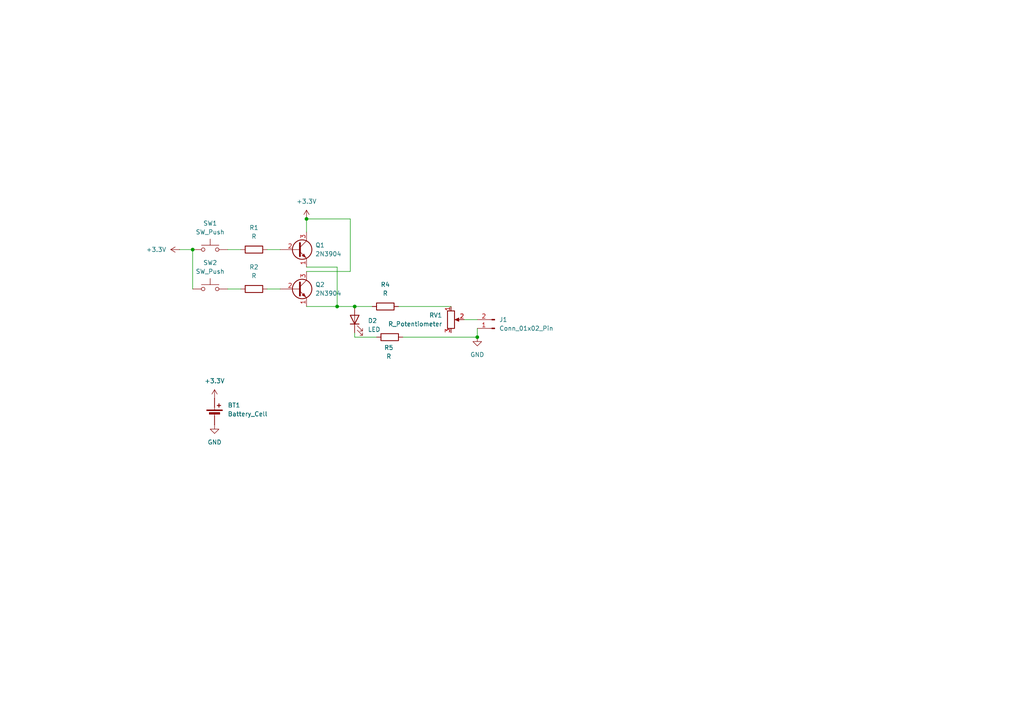
<source format=kicad_sch>
(kicad_sch (version 20231120) (generator "eeschema") (generator_version "8.0")
  (paper "A4")
  (lib_symbols
    (symbol "Connector:Conn_01x02_Pin" (pin_names (offset 1.016) hide)
      (property "Reference" "J" (at 0 2.54 0))
      (property "Value" "Conn_01x02_Pin" (at 0 -5.08 0))
      (symbol "Conn_01x02_Pin_1_1"
        (polyline (pts (xy 1.27 -2.54) (xy 0.8636 -2.54)) (stroke (width 0.1524)))
        (polyline (pts (xy 1.27 0) (xy 0.8636 0)) (stroke (width 0.1524)))
        (rectangle (start 0.8636 -2.413) (end 0 -2.667) (stroke (width 0.1524)) (fill (type outline)))
        (rectangle (start 0.8636 0.127) (end 0 -0.127) (stroke (width 0.1524)) (fill (type outline)))
        (pin passive line (at 5.08 0 180) (length 3.81) (name "Pin_1") (number "1"))
        (pin passive line (at 5.08 -2.54 180) (length 3.81) (name "Pin_2") (number "2"))
      )
    )
    (symbol "Device:Battery_Cell" (pin_numbers hide) (pin_names (offset 0) hide)
      (property "Reference" "BT" (at 2.54 2.54 0))
      (property "Value" "Battery_Cell" (at 2.54 0 0))
      (symbol "Battery_Cell_0_1"
        (rectangle (start -2.286 1.778) (end 2.286 1.524) (fill (type outline)))
        (rectangle (start -1.524 1.016) (end 1.524 0.508) (fill (type outline)))
        (polyline (pts (xy 0 0.762) (xy 0 0)))
        (polyline (pts (xy 0 1.778) (xy 0 2.54)))
        (polyline (pts (xy 0.762 3.048) (xy 1.778 3.048)) (stroke (width 0.254)))
        (polyline (pts (xy 1.27 3.556) (xy 1.27 2.54)) (stroke (width 0.254)))
      )
      (symbol "Battery_Cell_1_1"
        (pin passive line (at 0 5.08 270) (length 2.54) (name "+") (number "1"))
        (pin passive line (at 0 -2.54 90) (length 2.54) (name "-") (number "2"))
      )
    )
    (symbol "Device:LED" (pin_numbers hide) (pin_names (offset 1.016) hide)
      (property "Reference" "D" (at 0 2.54 0))
      (property "Value" "LED" (at 0 -2.54 0))
      (symbol "LED_0_1"
        (polyline (pts (xy -1.27 -1.27) (xy -1.27 1.27)) (stroke (width 0.254)))
        (polyline (pts (xy -1.27 0) (xy 1.27 0)))
        (polyline (pts (xy 1.27 -1.27) (xy 1.27 1.27) (xy -1.27 0) (xy 1.27 -1.27)) (stroke (width 0.254)))
        (polyline (pts (xy -3.048 -0.762) (xy -4.572 -2.286) (xy -3.81 -2.286) (xy -4.572 -2.286) (xy -4.572 -1.524)))
        (polyline (pts (xy -1.778 -0.762) (xy -3.302 -2.286) (xy -2.54 -2.286) (xy -3.302 -2.286) (xy -3.302 -1.524)))
      )
      (symbol "LED_1_1"
        (pin passive line (at -3.81 0 0) (length 2.54) (name "K") (number "1"))
        (pin passive line (at 3.81 0 180) (length 2.54) (name "A") (number "2"))
      )
    )
    (symbol "Device:R" (pin_numbers hide) (pin_names (offset 0))
      (property "Reference" "R" (at 2.032 0 90))
      (property "Value" "R" (at 0 0 90))
      (symbol "R_0_1"
        (rectangle (start -1.016 -2.54) (end 1.016 2.54) (stroke (width 0.254)))
      )
      (symbol "R_1_1"
        (pin passive line (at 0 3.81 270) (length 1.27) (name "~") (number "1"))
        (pin passive line (at 0 -3.81 90) (length 1.27) (name "~") (number "2"))
      )
    )
    (symbol "Device:R_Potentiometer" (pin_names (offset 1.016) hide)
      (property "Reference" "RV" (at -4.445 0 90))
      (property "Value" "R_Potentiometer" (at -2.54 0 90))
      (symbol "R_Potentiometer_0_1"
        (polyline (pts (xy 2.54 0) (xy 1.524 0)))
        (polyline (pts (xy 1.143 0) (xy 2.286 0.508) (xy 2.286 -0.508) (xy 1.143 0)) (fill (type outline)))
        (rectangle (start 1.016 2.54) (end -1.016 -2.54) (stroke (width 0.254)))
      )
      (symbol "R_Potentiometer_1_1"
        (pin passive line (at 0 3.81 270) (length 1.27) (name "1") (number "1"))
        (pin passive line (at 3.81 0 180) (length 1.27) (name "2") (number "2"))
        (pin passive line (at 0 -3.81 90) (length 1.27) (name "3") (number "3"))
      )
    )
    (symbol "Switch:SW_Push" (pin_numbers hide) (pin_names (offset 1.016) hide)
      (property "Reference" "SW" (at 1.27 2.54 0))
      (property "Value" "SW_Push" (at 0 -1.524 0))
      (symbol "SW_Push_0_1"
        (circle (center -2.032 0) (radius 0.508))
        (polyline (pts (xy 0 1.27) (xy 0 3.048)))
        (polyline (pts (xy 2.54 1.27) (xy -2.54 1.27)))
        (circle (center 2.032 0) (radius 0.508))
        (pin passive line (at -5.08 0 0) (length 2.54) (name "1") (number "1"))
        (pin passive line (at 5.08 0 180) (length 2.54) (name "2") (number "2"))
      )
    )
    (symbol "Transistor_BJT:2N3904" (pin_names (offset 0) hide)
      (property "Reference" "Q" (at 5.08 1.905 0))
      (property "Value" "2N3904" (at 5.08 0 0))
      (symbol "2N3904_0_1"
        (polyline (pts (xy 0.635 0.635) (xy 2.54 2.54)))
        (polyline (pts (xy 0.635 -0.635) (xy 2.54 -2.54) (xy 2.54 -2.54)))
        (polyline (pts (xy 0.635 1.905) (xy 0.635 -1.905) (xy 0.635 -1.905)) (stroke (width 0.508)))
        (polyline (pts (xy 1.27 -1.778) (xy 1.778 -1.27) (xy 2.286 -2.286) (xy 1.27 -1.778) (xy 1.27 -1.778)) (fill (type outline)))
        (circle (center 1.27 0) (radius 2.8194) (stroke (width 0.254)))
      )
      (symbol "2N3904_1_1"
        (pin passive line (at 2.54 -5.08 90) (length 2.54) (name "E") (number "1"))
        (pin passive line (at -5.08 0 0) (length 5.715) (name "B") (number "2"))
        (pin passive line (at 2.54 5.08 270) (length 2.54) (name "C") (number "3"))
      )
    )
    (symbol "power:+3.3V" (power) (pin_numbers hide) (pin_names (offset 0) hide)
      (property "Value" "+3.3V" (at 0 3.556 0))
      (symbol "+3.3V_0_1"
        (polyline (pts (xy -0.762 1.27) (xy 0 2.54)))
        (polyline (pts (xy 0 0) (xy 0 2.54)))
        (polyline (pts (xy 0 2.54) (xy 0.762 1.27)))
      )
      (symbol "+3.3V_1_1"
        (pin power_in line (at 0 0 90) (length 0) (name "~") (number "1"))
      )
    )
    (symbol "power:GND" (power) (pin_numbers hide) (pin_names (offset 0) hide)
      (property "Value" "GND" (at 0 -3.81 0))
      (symbol "GND_0_1"
        (polyline (pts (xy 0 0) (xy 0 -1.27) (xy 1.27 -1.27) (xy 0 -2.54) (xy -1.27 -1.27) (xy 0 -1.27)))
      )
      (symbol "GND_1_1"
        (pin power_in line (at 0 0 270) (length 0) (name "~") (number "1"))
      )
    )
  )
  (junction (at 55.88 72.39))
  (junction (at 97.79 88.9))
  (junction (at 138.43 97.79))
  (junction (at 88.9 63.5))
  (junction (at 102.87 88.9))
  (wire (pts (xy 115.57 88.9) (xy 130.81 88.9)))
  (wire (pts (xy 66.04 72.39) (xy 69.85 72.39)))
  (wire (pts (xy 102.87 88.9) (xy 107.95 88.9)))
  (wire (pts (xy 101.6 78.74) (xy 101.6 63.5)))
  (wire (pts (xy 102.87 97.79) (xy 109.22 97.79)))
  (wire (pts (xy 52.07 72.39) (xy 55.88 72.39)))
  (wire (pts (xy 66.04 83.82) (xy 69.85 83.82)))
  (wire (pts (xy 77.47 72.39) (xy 81.28 72.39)))
  (wire (pts (xy 88.9 63.5) (xy 101.6 63.5)))
  (wire (pts (xy 88.9 63.5) (xy 88.9 67.31)))
  (wire (pts (xy 97.79 77.47) (xy 97.79 88.9)))
  (wire (pts (xy 138.43 95.25) (xy 138.43 97.79)))
  (wire (pts (xy 77.47 83.82) (xy 81.28 83.82)))
  (wire (pts (xy 102.87 96.52) (xy 102.87 97.79)))
  (wire (pts (xy 88.9 78.74) (xy 101.6 78.74)))
  (wire (pts (xy 88.9 77.47) (xy 97.79 77.47)))
  (wire (pts (xy 134.62 92.71) (xy 138.43 92.71)))
  (wire (pts (xy 88.9 88.9) (xy 97.79 88.9)))
  (wire (pts (xy 116.84 97.79) (xy 138.43 97.79)))
  (wire (pts (xy 55.88 72.39) (xy 55.88 83.82)))
  (wire (pts (xy 97.79 88.9) (xy 102.87 88.9)))
  (symbol (lib_id "Device:Battery_Cell") (at 62.23 120.65 0) (unit 1)
    (property "Reference" "BT1" (at 66.04 117.5384 0) (effects (justify left)))
    (property "Value" "Battery_Cell" (at 66.04 120.0784 0) (effects (justify left)))
    (property "Footprint" "Battery:BatteryHolder_Keystone_3034_1x20mm" (effects (hide yes)))
    (property "Description" "Single-cell battery" (effects (hide yes)))
  )
  (symbol (lib_id "power:GND") (at 62.23 123.19 0) (unit 1)
    (property "Reference" "#PWR06" (effects (hide yes)))
    (property "Value" "GND" (at 62.23 128.27 0))
    (property "Description" "Power symbol creates a global label with name \"GND\" , ground" (effects (hide yes)))
  )
  (symbol (lib_id "Device:R") (at 111.76 88.9 270) (unit 1)
    (property "Reference" "R4" (at 111.76 82.55 90))
    (property "Value" "R" (at 111.76 85.09 90))
    (property "Footprint" "Resistor_THT:R_Axial_DIN0207_L6.3mm_D2.5mm_P7.62mm_Horizontal" (effects (hide yes)))
    (property "Description" "Resistor" (effects (hide yes)))
  )
  (symbol (lib_id "power:GND") (at 138.43 97.79 0) (unit 1)
    (property "Reference" "#PWR03" (effects (hide yes)))
    (property "Value" "GND" (at 138.43 102.87 0))
    (property "Description" "Power symbol creates a global label with name \"GND\" , ground" (effects (hide yes)))
  )
  (symbol (lib_id "Device:R") (at 73.66 72.39 90) (unit 1)
    (property "Reference" "R1" (at 73.66 66.04 90))
    (property "Value" "R" (at 73.66 68.58 90))
    (property "Footprint" "Resistor_THT:R_Axial_DIN0207_L6.3mm_D2.5mm_P7.62mm_Horizontal" (effects (hide yes)))
    (property "Description" "Resistor" (effects (hide yes)))
  )
  (symbol (lib_id "Switch:SW_Push") (at 60.96 83.82 0) (unit 1)
    (property "Reference" "SW2" (at 60.96 76.2 0))
    (property "Value" "SW_Push" (at 60.96 78.74 0))
    (property "Footprint" "Button_Switch_THT:SW_PUSH_6mm" (effects (hide yes)))
    (property "Description" "Push button switch, generic, two pins" (effects (hide yes)))
  )
  (symbol (lib_id "Transistor_BJT:2N3904") (at 86.36 72.39 0) (unit 1)
    (property "Reference" "Q1" (at 91.44 71.1199 0) (effects (justify left)))
    (property "Value" "2N3904" (at 91.44 73.6599 0) (effects (justify left)))
    (property "Footprint" "Package_TO_SOT_THT:TO-92L_HandSolder" (effects (hide yes)))
    (property "Datasheet" "https://www.onsemi.com/pub/Collateral/2N3903-D.PDF" (effects (hide yes)))
    (property "Description" "0.2A Ic, 40V Vce, Small Signal NPN Transistor, TO-92" (effects (hide yes)))
  )
  (symbol (lib_id "power:+3.3V") (at 88.9 63.5 0) (unit 1)
    (property "Reference" "#PWR02" (effects (hide yes)))
    (property "Value" "+3.3V" (at 88.9 58.42 0))
    (property "Description" "Power symbol creates a global label with name \"+3.3V\"" (effects (hide yes)))
  )
  (symbol (lib_id "power:+3.3V") (at 52.07 72.39 90) (unit 1)
    (property "Reference" "#PWR04" (effects (hide yes)))
    (property "Value" "+3.3V" (at 48.26 72.3899 90) (effects (justify left)))
    (property "Description" "Power symbol creates a global label with name \"+3.3V\"" (effects (hide yes)))
  )
  (symbol (lib_id "Device:R_Potentiometer") (at 130.81 92.71 0) (unit 1)
    (property "Reference" "RV1" (at 128.27 91.4399 0) (effects (justify right)))
    (property "Value" "R_Potentiometer" (at 128.27 93.9799 0) (effects (justify right)))
    (property "Footprint" "Potentiometer_THT:Potentiometer_Vishay_T73YP_Vertical" (effects (hide yes)))
    (property "Description" "Potentiometer" (effects (hide yes)))
  )
  (symbol (lib_id "Device:LED") (at 102.87 92.71 90) (unit 1)
    (property "Reference" "D2" (at 106.68 93.0274 90) (effects (justify right)))
    (property "Value" "LED" (at 106.68 95.5674 90) (effects (justify right)))
    (property "Footprint" "LED_THT:LED_D5.0mm" (effects (hide yes)))
    (property "Description" "Light emitting diode" (effects (hide yes)))
  )
  (symbol (lib_id "Transistor_BJT:2N3904") (at 86.36 83.82 0) (unit 1)
    (property "Reference" "Q2" (at 91.44 82.5499 0) (effects (justify left)))
    (property "Value" "2N3904" (at 91.44 85.0899 0) (effects (justify left)))
    (property "Footprint" "Package_TO_SOT_THT:TO-92L_HandSolder" (effects (hide yes)))
    (property "Datasheet" "https://www.onsemi.com/pub/Collateral/2N3903-D.PDF" (effects (hide yes)))
    (property "Description" "0.2A Ic, 40V Vce, Small Signal NPN Transistor, TO-92" (effects (hide yes)))
  )
  (symbol (lib_id "Device:R") (at 113.03 97.79 270) (unit 1)
    (property "Reference" "R5" (at 112.776 100.838 90))
    (property "Value" "R" (at 112.776 103.378 90))
    (property "Footprint" "Resistor_THT:R_Axial_DIN0207_L6.3mm_D2.5mm_P7.62mm_Horizontal" (effects (hide yes)))
    (property "Description" "Resistor" (effects (hide yes)))
  )
  (symbol (lib_id "power:+3.3V") (at 62.23 115.57 0) (unit 1)
    (property "Reference" "#PWR05" (effects (hide yes)))
    (property "Value" "+3.3V" (at 62.23 110.49 0))
    (property "Description" "Power symbol creates a global label with name \"+3.3V\"" (effects (hide yes)))
  )
  (symbol (lib_id "Connector:Conn_01x02_Pin") (at 143.51 95.25 180) (unit 1)
    (property "Reference" "J1" (at 144.78 92.7099 0) (effects (justify right)))
    (property "Value" "Conn_01x02_Pin" (at 144.78 95.2499 0) (effects (justify right)))
    (property "Footprint" "Connector_PinHeader_2.54mm:PinHeader_1x02_P2.54mm_Vertical" (effects (hide yes)))
    (property "Description" "Generic connector, single row, 01x02, script generated" (effects (hide yes)))
  )
  (symbol (lib_id "Switch:SW_Push") (at 60.96 72.39 0) (unit 1)
    (property "Reference" "SW1" (at 60.96 64.77 0))
    (property "Value" "SW_Push" (at 60.96 67.31 0))
    (property "Footprint" "Button_Switch_THT:SW_PUSH_6mm" (effects (hide yes)))
    (property "Description" "Push button switch, generic, two pins" (effects (hide yes)))
  )
  (symbol (lib_id "Device:R") (at 73.66 83.82 90) (unit 1)
    (property "Reference" "R2" (at 73.66 77.47 90))
    (property "Value" "R" (at 73.66 80.01 90))
    (property "Footprint" "Resistor_THT:R_Axial_DIN0207_L6.3mm_D2.5mm_P7.62mm_Horizontal" (effects (hide yes)))
    (property "Description" "Resistor" (effects (hide yes)))
  )
)
</source>
